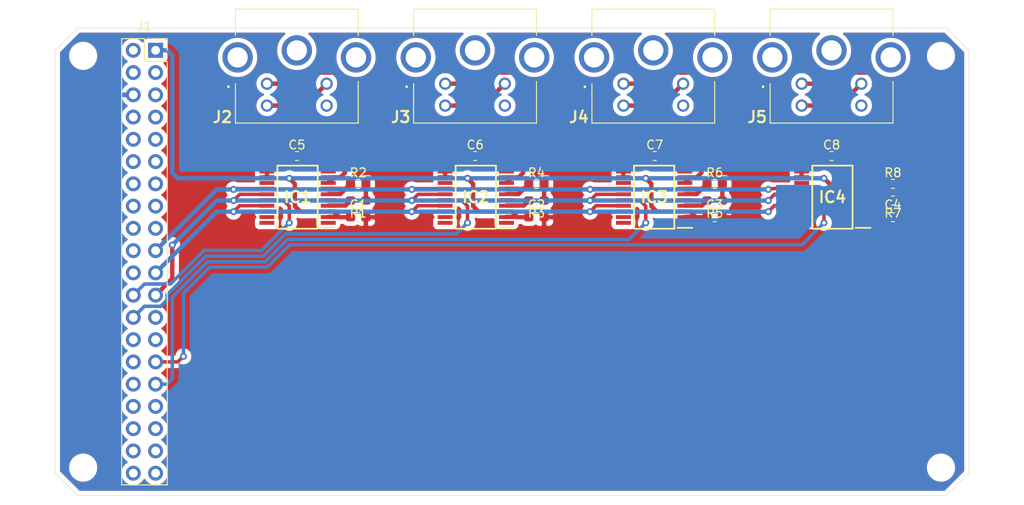
<source format=kicad_pcb>
(kicad_pcb (version 20171130) (host pcbnew "(5.1.5-0)")
  (layers (0 F.Cu signal) (31 B.Cu signal) (34 B.Paste user) (35 F.Paste user) (36 B.SilkS user) (37 F.SilkS user) (38 B.Mask user) (39 F.Mask user) (44 Edge.Cuts user))
  (net 0 "")
  (net 1 VDD_3.3V)
  (net 2 GND)
  (net 3 RTDIN-_W3_RTD1)
  (net 4 RTDIN+_W2_RTD1)
  (net 5 RTDIN+_W2_RTD2)
  (net 6 RTDIN-_W3_RTD2)
  (net 7 RTDIN-_W3_RTD3)
  (net 8 RTDIN+_W2_RTD3)
  (net 9 RTDIN+_W2_RTD4)
  (net 10 RTDIN-_W3_RTD4)
  (net 11 "Net-(IC1-Pad4)")
  (net 12 "Net-(IC1-Pad6)")
  (net 13 FORCE_W1_RTD1)
  (net 14 MOSI)
  (net 15 SCLK)
  (net 16 CE0)
  (net 17 MISO)
  (net 18 "Net-(IC1-Pad20)")
  (net 19 "Net-(IC2-Pad20)")
  (net 20 CE1)
  (net 21 FORCE_W1_RTD2)
  (net 22 "Net-(IC2-Pad6)")
  (net 23 "Net-(IC2-Pad4)")
  (net 24 "Net-(IC3-Pad4)")
  (net 25 "Net-(IC3-Pad6)")
  (net 26 FORCE_W1_RTD3)
  (net 27 CE2)
  (net 28 "Net-(IC3-Pad20)")
  (net 29 "Net-(IC4-Pad20)")
  (net 30 CE3)
  (net 31 FORCE_W1_RTD4)
  (net 32 "Net-(IC4-Pad6)")
  (net 33 "Net-(IC4-Pad4)")
  (net 34 "Net-(J1-Pad2)")
  (net 35 "Net-(J1-Pad3)")
  (net 36 "Net-(J1-Pad4)")
  (net 37 "Net-(J1-Pad5)")
  (net 38 "Net-(J1-Pad7)")
  (net 39 "Net-(J1-Pad8)")
  (net 40 "Net-(J1-Pad9)")
  (net 41 "Net-(J1-Pad10)")
  (net 42 "Net-(J1-Pad11)")
  (net 43 "Net-(J1-Pad12)")
  (net 44 "Net-(J1-Pad13)")
  (net 45 "Net-(J1-Pad14)")
  (net 46 "Net-(J1-Pad15)")
  (net 47 "Net-(J1-Pad16)")
  (net 48 "Net-(J1-Pad17)")
  (net 49 "Net-(J1-Pad18)")
  (net 50 "Net-(J1-Pad20)")
  (net 51 "Net-(J1-Pad22)")
  (net 52 "Net-(J1-Pad25)")
  (net 53 "Net-(J1-Pad27)")
  (net 54 "Net-(J1-Pad28)")
  (net 55 "Net-(J1-Pad30)")
  (net 56 "Net-(J1-Pad33)")
  (net 57 "Net-(J1-Pad34)")
  (net 58 "Net-(J1-Pad35)")
  (net 59 "Net-(J1-Pad36)")
  (net 60 "Net-(J1-Pad37)")
  (net 61 "Net-(J1-Pad38)")
  (net 62 "Net-(J1-Pad39)")
  (net 63 "Net-(J1-Pad40)")
  (net 64 "Net-(J2-Pad4)")
  (net 65 "Net-(J3-Pad4)")
  (net 66 "Net-(J4-Pad4)")
  (net 67 "Net-(J5-Pad4)")
  (net 68 "Net-(R1-Pad1)")
  (net 69 "Net-(R3-Pad1)")
  (net 70 "Net-(R5-Pad1)")
  (net 71 "Net-(R7-Pad1)")
  (net 72 "Net-(IC1-Pad1)")
  (net 73 "Net-(IC2-Pad1)")
  (net 74 "Net-(IC3-Pad1)")
  (net 75 "Net-(IC4-Pad1)")
  (net 76 "Net-(J1-Pad32)")
  (module MountingHole:MountingHole_2.2mm_M2 (layer F.Cu) (at 97.155 81.915)
    (fp_text reference REF** hide)
    (fp_text value MountingHole_2.2mm_M2)
    (pad 1 np_thru_hole circle (at 0 0) (size 2.2 2.2) (drill 2.2) (layers *.Cu *.Mask))
  )
  (module MountingHole:MountingHole_2.2mm_M2 (layer F.Cu) (at 97.155 128.905)
    (fp_text reference REF** hide)
    (fp_text value MountingHole_2.2mm_M2)
    (pad 1 np_thru_hole circle (at 0 0) (size 2.2 2.2) (drill 2.2) (layers *.Cu *.Mask))
  )
  (module MountingHole:MountingHole_2.2mm_M2 (layer F.Cu) (at 194.945 128.905)
    (fp_text reference REF** hide)
    (fp_text value MountingHole_2.2mm_M2)
    (pad 1 np_thru_hole circle (at 0 0) (size 2.2 2.2) (drill 2.2) (layers *.Cu *.Mask))
  )
  (module MountingHole:MountingHole_2.2mm_M2 (layer F.Cu) (at 194.945 81.915)
    (fp_text reference REF** hide)
    (fp_text value MountingHole_2.2mm_M2)
    (pad 1 np_thru_hole circle (at 0 0) (size 2.2 2.2) (drill 2.2) (layers *.Cu *.Mask))
  )
  (module Connector_PinSocket_2.54mm:PinSocket_2x20_P2.54mm_Vertical (layer F.Cu) (at 105.41 81.28)
    (fp_text reference J1 (at -1.27 -2.77) (layer F.SilkS))
    (fp_text value Raspberry_Pi_2_3_GPIO_PSU)
    (pad 1 thru_hole rect (at 0 0) (size 1.7 1.7) (drill 1) (layers *.Cu *.Mask) (net 1 VDD_3.3V))
    (pad 2 thru_hole oval (at -2.54 0) (size 1.7 1.7) (drill 1) (layers *.Cu *.Mask) (net 34 "Net-(J1-Pad2)"))
    (pad 3 thru_hole oval (at 0 2.54) (size 1.7 1.7) (drill 1) (layers *.Cu *.Mask) (net 35 "Net-(J1-Pad3)"))
    (pad 4 thru_hole oval (at -2.54 2.54) (size 1.7 1.7) (drill 1) (layers *.Cu *.Mask) (net 36 "Net-(J1-Pad4)"))
    (pad 5 thru_hole oval (at 0 5.08) (size 1.7 1.7) (drill 1) (layers *.Cu *.Mask) (net 37 "Net-(J1-Pad5)"))
    (pad 6 thru_hole oval (at -2.54 5.08) (size 1.7 1.7) (drill 1) (layers *.Cu *.Mask) (net 2 GND))
    (pad 7 thru_hole oval (at 0 7.62) (size 1.7 1.7) (drill 1) (layers *.Cu *.Mask) (net 38 "Net-(J1-Pad7)"))
    (pad 8 thru_hole oval (at -2.54 7.62) (size 1.7 1.7) (drill 1) (layers *.Cu *.Mask) (net 39 "Net-(J1-Pad8)"))
    (pad 9 thru_hole oval (at 0 10.16) (size 1.7 1.7) (drill 1) (layers *.Cu *.Mask) (net 40 "Net-(J1-Pad9)"))
    (pad 10 thru_hole oval (at -2.54 10.16) (size 1.7 1.7) (drill 1) (layers *.Cu *.Mask) (net 41 "Net-(J1-Pad10)"))
    (pad 11 thru_hole oval (at 0 12.7) (size 1.7 1.7) (drill 1) (layers *.Cu *.Mask) (net 42 "Net-(J1-Pad11)"))
    (pad 12 thru_hole oval (at -2.54 12.7) (size 1.7 1.7) (drill 1) (layers *.Cu *.Mask) (net 43 "Net-(J1-Pad12)"))
    (pad 13 thru_hole oval (at 0 15.24) (size 1.7 1.7) (drill 1) (layers *.Cu *.Mask) (net 44 "Net-(J1-Pad13)"))
    (pad 14 thru_hole oval (at -2.54 15.24) (size 1.7 1.7) (drill 1) (layers *.Cu *.Mask) (net 45 "Net-(J1-Pad14)"))
    (pad 15 thru_hole oval (at 0 17.78) (size 1.7 1.7) (drill 1) (layers *.Cu *.Mask) (net 46 "Net-(J1-Pad15)"))
    (pad 16 thru_hole oval (at -2.54 17.78) (size 1.7 1.7) (drill 1) (layers *.Cu *.Mask) (net 47 "Net-(J1-Pad16)"))
    (pad 17 thru_hole oval (at 0 20.32) (size 1.7 1.7) (drill 1) (layers *.Cu *.Mask) (net 48 "Net-(J1-Pad17)"))
    (pad 18 thru_hole oval (at -2.54 20.32) (size 1.7 1.7) (drill 1) (layers *.Cu *.Mask) (net 49 "Net-(J1-Pad18)"))
    (pad 19 thru_hole oval (at 0 22.86) (size 1.7 1.7) (drill 1) (layers *.Cu *.Mask) (net 14 MOSI))
    (pad 20 thru_hole oval (at -2.54 22.86) (size 1.7 1.7) (drill 1) (layers *.Cu *.Mask) (net 50 "Net-(J1-Pad20)"))
    (pad 21 thru_hole oval (at 0 25.4) (size 1.7 1.7) (drill 1) (layers *.Cu *.Mask) (net 17 MISO))
    (pad 22 thru_hole oval (at -2.54 25.4) (size 1.7 1.7) (drill 1) (layers *.Cu *.Mask) (net 51 "Net-(J1-Pad22)"))
    (pad 23 thru_hole oval (at 0 27.94) (size 1.7 1.7) (drill 1) (layers *.Cu *.Mask) (net 15 SCLK))
    (pad 24 thru_hole oval (at -2.54 27.94) (size 1.7 1.7) (drill 1) (layers *.Cu *.Mask) (net 16 CE0))
    (pad 25 thru_hole oval (at 0 30.48) (size 1.7 1.7) (drill 1) (layers *.Cu *.Mask) (net 52 "Net-(J1-Pad25)"))
    (pad 26 thru_hole oval (at -2.54 30.48) (size 1.7 1.7) (drill 1) (layers *.Cu *.Mask) (net 20 CE1))
    (pad 27 thru_hole oval (at 0 33.02) (size 1.7 1.7) (drill 1) (layers *.Cu *.Mask) (net 53 "Net-(J1-Pad27)"))
    (pad 28 thru_hole oval (at -2.54 33.02) (size 1.7 1.7) (drill 1) (layers *.Cu *.Mask) (net 54 "Net-(J1-Pad28)"))
    (pad 29 thru_hole oval (at 0 35.56) (size 1.7 1.7) (drill 1) (layers *.Cu *.Mask) (net 30 CE3))
    (pad 30 thru_hole oval (at -2.54 35.56) (size 1.7 1.7) (drill 1) (layers *.Cu *.Mask) (net 55 "Net-(J1-Pad30)"))
    (pad 31 thru_hole oval (at 0 38.1) (size 1.7 1.7) (drill 1) (layers *.Cu *.Mask) (net 27 CE2))
    (pad 32 thru_hole oval (at -2.54 38.1) (size 1.7 1.7) (drill 1) (layers *.Cu *.Mask) (net 76 "Net-(J1-Pad32)"))
    (pad 33 thru_hole oval (at 0 40.64) (size 1.7 1.7) (drill 1) (layers *.Cu *.Mask) (net 56 "Net-(J1-Pad33)"))
    (pad 34 thru_hole oval (at -2.54 40.64) (size 1.7 1.7) (drill 1) (layers *.Cu *.Mask) (net 57 "Net-(J1-Pad34)"))
    (pad 35 thru_hole oval (at 0 43.18) (size 1.7 1.7) (drill 1) (layers *.Cu *.Mask) (net 58 "Net-(J1-Pad35)"))
    (pad 36 thru_hole oval (at -2.54 43.18) (size 1.7 1.7) (drill 1) (layers *.Cu *.Mask) (net 59 "Net-(J1-Pad36)"))
    (pad 37 thru_hole oval (at 0 45.72) (size 1.7 1.7) (drill 1) (layers *.Cu *.Mask) (net 60 "Net-(J1-Pad37)"))
    (pad 38 thru_hole oval (at -2.54 45.72) (size 1.7 1.7) (drill 1) (layers *.Cu *.Mask) (net 61 "Net-(J1-Pad38)"))
    (pad 39 thru_hole oval (at 0 48.26) (size 1.7 1.7) (drill 1) (layers *.Cu *.Mask) (net 62 "Net-(J1-Pad39)"))
    (pad 40 thru_hole oval (at -2.54 48.26) (size 1.7 1.7) (drill 1) (layers *.Cu *.Mask) (net 63 "Net-(J1-Pad40)"))
  )
  (module Capacitor_SMD:C_0603_1608Metric_Pad1.05x0.95mm_HandSolder (layer F.Cu) (at 128.51 100.33)
    (fp_text reference C1 (at 0 -1.43) (layer F.SilkS))
    (fp_text value 100nF)
    (pad 1 smd roundrect (at -0.875 0) (size 1.05 0.95) (layers F.Cu F.Paste F.Mask) (net 1 VDD_3.3V))
    (pad 2 smd roundrect (at 0.875 0) (size 1.05 0.95) (layers F.Cu F.Paste F.Mask) (net 2 GND))
  )
  (module Capacitor_SMD:C_0603_1608Metric_Pad1.05x0.95mm_HandSolder (layer F.Cu) (at 148.83 100.33)
    (fp_text reference C2 (at 0 -1.43) (layer F.SilkS))
    (fp_text value 0.1uF)
    (pad 2 smd roundrect (at 0.875 0) (size 1.05 0.95) (layers F.Cu F.Paste F.Mask) (net 2 GND))
    (pad 1 smd roundrect (at -0.875 0) (size 1.05 0.95) (layers F.Cu F.Paste F.Mask) (net 1 VDD_3.3V))
  )
  (module Capacitor_SMD:C_0603_1608Metric_Pad1.05x0.95mm_HandSolder (layer F.Cu) (at 169.15 100.33)
    (fp_text reference C3 (at 0 -1.43) (layer F.SilkS))
    (fp_text value 0.1uF)
    (pad 2 smd roundrect (at 0.875 0) (size 1.05 0.95) (layers F.Cu F.Paste F.Mask) (net 2 GND))
    (pad 1 smd roundrect (at -0.875 0) (size 1.05 0.95) (layers F.Cu F.Paste F.Mask) (net 1 VDD_3.3V))
  )
  (module Capacitor_SMD:C_0603_1608Metric_Pad1.05x0.95mm_HandSolder (layer F.Cu) (at 189.47 100.33)
    (fp_text reference C4 (at 0 -1.43) (layer F.SilkS))
    (fp_text value 0.1uF)
    (pad 2 smd roundrect (at 0.875 0) (size 1.05 0.95) (layers F.Cu F.Paste F.Mask) (net 2 GND))
    (pad 1 smd roundrect (at -0.875 0) (size 1.05 0.95) (layers F.Cu F.Paste F.Mask) (net 1 VDD_3.3V))
  )
  (module Capacitor_SMD:C_0603_1608Metric_Pad1.05x0.95mm_HandSolder (layer F.Cu) (at 121.525 93.345 180)
    (fp_text reference C5 (at 0 1.27) (layer F.SilkS))
    (fp_text value 100nF)
    (pad 2 smd roundrect (at 0.875 0 180) (size 1.05 0.95) (layers F.Cu F.Paste F.Mask) (net 3 RTDIN-_W3_RTD1))
    (pad 1 smd roundrect (at -0.875 0 180) (size 1.05 0.95) (layers F.Cu F.Paste F.Mask) (net 4 RTDIN+_W2_RTD1))
  )
  (module Capacitor_SMD:C_0603_1608Metric_Pad1.05x0.95mm_HandSolder (layer F.Cu) (at 141.845 93.345 180)
    (fp_text reference C6 (at 0 1.27) (layer F.SilkS))
    (fp_text value 100nF)
    (pad 2 smd roundrect (at 0.875 0 180) (size 1.05 0.95) (layers F.Cu F.Paste F.Mask) (net 6 RTDIN-_W3_RTD2))
    (pad 1 smd roundrect (at -0.875 0 180) (size 1.05 0.95) (layers F.Cu F.Paste F.Mask) (net 5 RTDIN+_W2_RTD2))
  )
  (module Capacitor_SMD:C_0603_1608Metric_Pad1.05x0.95mm_HandSolder (layer F.Cu) (at 162.32 93.345 180)
    (fp_text reference C7 (at 0 1.27) (layer F.SilkS))
    (fp_text value 100nF)
    (pad 2 smd roundrect (at 0.875 0 180) (size 1.05 0.95) (layers F.Cu F.Paste F.Mask) (net 7 RTDIN-_W3_RTD3))
    (pad 1 smd roundrect (at -0.875 0 180) (size 1.05 0.95) (layers F.Cu F.Paste F.Mask) (net 8 RTDIN+_W2_RTD3))
  )
  (module Capacitor_SMD:C_0603_1608Metric_Pad1.05x0.95mm_HandSolder (layer F.Cu) (at 182.485 93.345 180)
    (fp_text reference C8 (at 0 1.27) (layer F.SilkS))
    (fp_text value 100nF)
    (pad 1 smd roundrect (at -0.875 0 180) (size 1.05 0.95) (layers F.Cu F.Paste F.Mask) (net 9 RTDIN+_W2_RTD4))
    (pad 2 smd roundrect (at 0.875 0 180) (size 1.05 0.95) (layers F.Cu F.Paste F.Mask) (net 10 RTDIN-_W3_RTD4))
  )
  (module SamacSys_Parts:SOP65P778X199-20N (layer F.Cu) (at 121.597 98.04 180)
    (fp_text reference IC1 (at 0 0) (layer F.SilkS) (effects (font (size 1.27 1.27) (thickness 0.254))))
    (fp_text value MAX31865AAP+ hide)
    (pad 1 smd rect (at -3.498 -2.925 270) (size 0.45 1.705) (layers F.Cu F.Paste F.Mask) (net 72 "Net-(IC1-Pad1)"))
    (pad 2 smd rect (at -3.498 -2.275 270) (size 0.45 1.705) (layers F.Cu F.Paste F.Mask) (net 1 VDD_3.3V))
    (pad 3 smd rect (at -3.498 -1.625 270) (size 0.45 1.705) (layers F.Cu F.Paste F.Mask) (net 1 VDD_3.3V))
    (pad 4 smd rect (at -3.498 -0.975 270) (size 0.45 1.705) (layers F.Cu F.Paste F.Mask) (net 11 "Net-(IC1-Pad4)"))
    (pad 5 smd rect (at -3.498 -0.325 270) (size 0.45 1.705) (layers F.Cu F.Paste F.Mask) (net 11 "Net-(IC1-Pad4)"))
    (pad 6 smd rect (at -3.498 0.325 270) (size 0.45 1.705) (layers F.Cu F.Paste F.Mask) (net 12 "Net-(IC1-Pad6)"))
    (pad 7 smd rect (at -3.498 0.975 270) (size 0.45 1.705) (layers F.Cu F.Paste F.Mask) (net 12 "Net-(IC1-Pad6)"))
    (pad 8 smd rect (at -3.498 1.625 270) (size 0.45 1.705) (layers F.Cu F.Paste F.Mask) (net 13 FORCE_W1_RTD1))
    (pad 9 smd rect (at -3.498 2.275 270) (size 0.45 1.705) (layers F.Cu F.Paste F.Mask) (net 13 FORCE_W1_RTD1))
    (pad 10 smd rect (at -3.498 2.925 270) (size 0.45 1.705) (layers F.Cu F.Paste F.Mask) (net 4 RTDIN+_W2_RTD1))
    (pad 11 smd rect (at 3.498 2.925 270) (size 0.45 1.705) (layers F.Cu F.Paste F.Mask) (net 3 RTDIN-_W3_RTD1))
    (pad 12 smd rect (at 3.498 2.275 270) (size 0.45 1.705) (layers F.Cu F.Paste F.Mask) (net 3 RTDIN-_W3_RTD1))
    (pad 13 smd rect (at 3.498 1.625 270) (size 0.45 1.705) (layers F.Cu F.Paste F.Mask) (net 2 GND))
    (pad 14 smd rect (at 3.498 0.975 270) (size 0.45 1.705) (layers F.Cu F.Paste F.Mask) (net 14 MOSI))
    (pad 15 smd rect (at 3.498 0.325 270) (size 0.45 1.705) (layers F.Cu F.Paste F.Mask) (net 15 SCLK))
    (pad 16 smd rect (at 3.498 -0.325 270) (size 0.45 1.705) (layers F.Cu F.Paste F.Mask) (net 16 CE0))
    (pad 17 smd rect (at 3.498 -0.975 270) (size 0.45 1.705) (layers F.Cu F.Paste F.Mask) (net 17 MISO))
    (pad 18 smd rect (at 3.498 -1.625 270) (size 0.45 1.705) (layers F.Cu F.Paste F.Mask) (net 2 GND))
    (pad 19 smd rect (at 3.498 -2.275 270) (size 0.45 1.705) (layers F.Cu F.Paste F.Mask) (net 2 GND))
    (pad 20 smd rect (at 3.498 -2.925 270) (size 0.45 1.705) (layers F.Cu F.Paste F.Mask) (net 18 "Net-(IC1-Pad20)"))
  )
  (module SamacSys_Parts:SOP65P778X199-20N (layer F.Cu) (at 141.917 98.04 180)
    (fp_text reference IC2 (at 0 0) (layer F.SilkS) (effects (font (size 1.27 1.27) (thickness 0.254))))
    (fp_text value MAX31865AAP+ hide)
    (pad 20 smd rect (at 3.498 -2.925 270) (size 0.45 1.705) (layers F.Cu F.Paste F.Mask) (net 19 "Net-(IC2-Pad20)"))
    (pad 19 smd rect (at 3.498 -2.275 270) (size 0.45 1.705) (layers F.Cu F.Paste F.Mask) (net 2 GND))
    (pad 18 smd rect (at 3.498 -1.625 270) (size 0.45 1.705) (layers F.Cu F.Paste F.Mask) (net 2 GND))
    (pad 17 smd rect (at 3.498 -0.975 270) (size 0.45 1.705) (layers F.Cu F.Paste F.Mask) (net 17 MISO))
    (pad 16 smd rect (at 3.498 -0.325 270) (size 0.45 1.705) (layers F.Cu F.Paste F.Mask) (net 20 CE1))
    (pad 15 smd rect (at 3.498 0.325 270) (size 0.45 1.705) (layers F.Cu F.Paste F.Mask) (net 15 SCLK))
    (pad 14 smd rect (at 3.498 0.975 270) (size 0.45 1.705) (layers F.Cu F.Paste F.Mask) (net 14 MOSI))
    (pad 13 smd rect (at 3.498 1.625 270) (size 0.45 1.705) (layers F.Cu F.Paste F.Mask) (net 2 GND))
    (pad 12 smd rect (at 3.498 2.275 270) (size 0.45 1.705) (layers F.Cu F.Paste F.Mask) (net 6 RTDIN-_W3_RTD2))
    (pad 11 smd rect (at 3.498 2.925 270) (size 0.45 1.705) (layers F.Cu F.Paste F.Mask) (net 6 RTDIN-_W3_RTD2))
    (pad 10 smd rect (at -3.498 2.925 270) (size 0.45 1.705) (layers F.Cu F.Paste F.Mask) (net 5 RTDIN+_W2_RTD2))
    (pad 9 smd rect (at -3.498 2.275 270) (size 0.45 1.705) (layers F.Cu F.Paste F.Mask) (net 21 FORCE_W1_RTD2))
    (pad 8 smd rect (at -3.498 1.625 270) (size 0.45 1.705) (layers F.Cu F.Paste F.Mask) (net 21 FORCE_W1_RTD2))
    (pad 7 smd rect (at -3.498 0.975 270) (size 0.45 1.705) (layers F.Cu F.Paste F.Mask) (net 22 "Net-(IC2-Pad6)"))
    (pad 6 smd rect (at -3.498 0.325 270) (size 0.45 1.705) (layers F.Cu F.Paste F.Mask) (net 22 "Net-(IC2-Pad6)"))
    (pad 5 smd rect (at -3.498 -0.325 270) (size 0.45 1.705) (layers F.Cu F.Paste F.Mask) (net 23 "Net-(IC2-Pad4)"))
    (pad 4 smd rect (at -3.498 -0.975 270) (size 0.45 1.705) (layers F.Cu F.Paste F.Mask) (net 23 "Net-(IC2-Pad4)"))
    (pad 3 smd rect (at -3.498 -1.625 270) (size 0.45 1.705) (layers F.Cu F.Paste F.Mask) (net 1 VDD_3.3V))
    (pad 2 smd rect (at -3.498 -2.275 270) (size 0.45 1.705) (layers F.Cu F.Paste F.Mask) (net 1 VDD_3.3V))
    (pad 1 smd rect (at -3.498 -2.925 270) (size 0.45 1.705) (layers F.Cu F.Paste F.Mask) (net 73 "Net-(IC2-Pad1)"))
  )
  (module SamacSys_Parts:SOP65P778X199-20N (layer F.Cu) (at 162.248 98.04 180)
    (fp_text reference IC3 (at 0 0) (layer F.SilkS) (effects (font (size 1.27 1.27) (thickness 0.254))))
    (fp_text value MAX31865AAP+ hide)
    (pad 1 smd rect (at -3.498 -2.925 270) (size 0.45 1.705) (layers F.Cu F.Paste F.Mask) (net 74 "Net-(IC3-Pad1)"))
    (pad 2 smd rect (at -3.498 -2.275 270) (size 0.45 1.705) (layers F.Cu F.Paste F.Mask) (net 1 VDD_3.3V))
    (pad 3 smd rect (at -3.498 -1.625 270) (size 0.45 1.705) (layers F.Cu F.Paste F.Mask) (net 1 VDD_3.3V))
    (pad 4 smd rect (at -3.498 -0.975 270) (size 0.45 1.705) (layers F.Cu F.Paste F.Mask) (net 24 "Net-(IC3-Pad4)"))
    (pad 5 smd rect (at -3.498 -0.325 270) (size 0.45 1.705) (layers F.Cu F.Paste F.Mask) (net 24 "Net-(IC3-Pad4)"))
    (pad 6 smd rect (at -3.498 0.325 270) (size 0.45 1.705) (layers F.Cu F.Paste F.Mask) (net 25 "Net-(IC3-Pad6)"))
    (pad 7 smd rect (at -3.498 0.975 270) (size 0.45 1.705) (layers F.Cu F.Paste F.Mask) (net 25 "Net-(IC3-Pad6)"))
    (pad 8 smd rect (at -3.498 1.625 270) (size 0.45 1.705) (layers F.Cu F.Paste F.Mask) (net 26 FORCE_W1_RTD3))
    (pad 9 smd rect (at -3.498 2.275 270) (size 0.45 1.705) (layers F.Cu F.Paste F.Mask) (net 26 FORCE_W1_RTD3))
    (pad 10 smd rect (at -3.498 2.925 270) (size 0.45 1.705) (layers F.Cu F.Paste F.Mask) (net 8 RTDIN+_W2_RTD3))
    (pad 11 smd rect (at 3.498 2.925 270) (size 0.45 1.705) (layers F.Cu F.Paste F.Mask) (net 7 RTDIN-_W3_RTD3))
    (pad 12 smd rect (at 3.498 2.275 270) (size 0.45 1.705) (layers F.Cu F.Paste F.Mask) (net 7 RTDIN-_W3_RTD3))
    (pad 13 smd rect (at 3.498 1.625 270) (size 0.45 1.705) (layers F.Cu F.Paste F.Mask) (net 2 GND))
    (pad 14 smd rect (at 3.498 0.975 270) (size 0.45 1.705) (layers F.Cu F.Paste F.Mask) (net 14 MOSI))
    (pad 15 smd rect (at 3.498 0.325 270) (size 0.45 1.705) (layers F.Cu F.Paste F.Mask) (net 15 SCLK))
    (pad 16 smd rect (at 3.498 -0.325 270) (size 0.45 1.705) (layers F.Cu F.Paste F.Mask) (net 27 CE2))
    (pad 17 smd rect (at 3.498 -0.975 270) (size 0.45 1.705) (layers F.Cu F.Paste F.Mask) (net 17 MISO))
    (pad 18 smd rect (at 3.498 -1.625 270) (size 0.45 1.705) (layers F.Cu F.Paste F.Mask) (net 2 GND))
    (pad 19 smd rect (at 3.498 -2.275 270) (size 0.45 1.705) (layers F.Cu F.Paste F.Mask) (net 2 GND))
    (pad 20 smd rect (at 3.498 -2.925 270) (size 0.45 1.705) (layers F.Cu F.Paste F.Mask) (net 28 "Net-(IC3-Pad20)"))
  )
  (module SamacSys_Parts:SOP65P778X199-20N (layer F.Cu) (at 182.568 98.04 180)
    (fp_text reference IC4 (at 0 0) (layer F.SilkS) (effects (font (size 1.27 1.27) (thickness 0.254))))
    (fp_text value MAX31865AAP+ hide)
    (pad 20 smd rect (at 3.498 -2.925 270) (size 0.45 1.705) (layers F.Cu F.Paste F.Mask) (net 29 "Net-(IC4-Pad20)"))
    (pad 19 smd rect (at 3.498 -2.275 270) (size 0.45 1.705) (layers F.Cu F.Paste F.Mask) (net 2 GND))
    (pad 18 smd rect (at 3.498 -1.625 270) (size 0.45 1.705) (layers F.Cu F.Paste F.Mask) (net 2 GND))
    (pad 17 smd rect (at 3.498 -0.975 270) (size 0.45 1.705) (layers F.Cu F.Paste F.Mask) (net 17 MISO))
    (pad 16 smd rect (at 3.498 -0.325 270) (size 0.45 1.705) (layers F.Cu F.Paste F.Mask) (net 30 CE3))
    (pad 15 smd rect (at 3.498 0.325 270) (size 0.45 1.705) (layers F.Cu F.Paste F.Mask) (net 15 SCLK))
    (pad 14 smd rect (at 3.498 0.975 270) (size 0.45 1.705) (layers F.Cu F.Paste F.Mask) (net 14 MOSI))
    (pad 13 smd rect (at 3.498 1.625 270) (size 0.45 1.705) (layers F.Cu F.Paste F.Mask) (net 2 GND))
    (pad 12 smd rect (at 3.498 2.275 270) (size 0.45 1.705) (layers F.Cu F.Paste F.Mask) (net 10 RTDIN-_W3_RTD4))
    (pad 11 smd rect (at 3.498 2.925 270) (size 0.45 1.705) (layers F.Cu F.Paste F.Mask) (net 10 RTDIN-_W3_RTD4))
    (pad 10 smd rect (at -3.498 2.925 270) (size 0.45 1.705) (layers F.Cu F.Paste F.Mask) (net 9 RTDIN+_W2_RTD4))
    (pad 9 smd rect (at -3.498 2.275 270) (size 0.45 1.705) (layers F.Cu F.Paste F.Mask) (net 31 FORCE_W1_RTD4))
    (pad 8 smd rect (at -3.498 1.625 270) (size 0.45 1.705) (layers F.Cu F.Paste F.Mask) (net 31 FORCE_W1_RTD4))
    (pad 7 smd rect (at -3.498 0.975 270) (size 0.45 1.705) (layers F.Cu F.Paste F.Mask) (net 32 "Net-(IC4-Pad6)"))
    (pad 6 smd rect (at -3.498 0.325 270) (size 0.45 1.705) (layers F.Cu F.Paste F.Mask) (net 32 "Net-(IC4-Pad6)"))
    (pad 5 smd rect (at -3.498 -0.325 270) (size 0.45 1.705) (layers F.Cu F.Paste F.Mask) (net 33 "Net-(IC4-Pad4)"))
    (pad 4 smd rect (at -3.498 -0.975 270) (size 0.45 1.705) (layers F.Cu F.Paste F.Mask) (net 33 "Net-(IC4-Pad4)"))
    (pad 3 smd rect (at -3.498 -1.625 270) (size 0.45 1.705) (layers F.Cu F.Paste F.Mask) (net 1 VDD_3.3V))
    (pad 2 smd rect (at -3.498 -2.275 270) (size 0.45 1.705) (layers F.Cu F.Paste F.Mask) (net 1 VDD_3.3V))
    (pad 1 smd rect (at -3.498 -2.925 270) (size 0.45 1.705) (layers F.Cu F.Paste F.Mask) (net 75 "Net-(IC4-Pad1)"))
  )
  (module SamacSys_Parts:MD40SM (layer F.Cu) (at 118.11 85.09)
    (fp_text reference J2 (at -5.08 3.81) (layer F.SilkS) (effects (font (size 1.27 1.27) (thickness 0.254))))
    (fp_text value Mini-DIN-4 hide)
    (pad MH3 thru_hole circle (at 10.15 -3) (size 3.465 3.465) (drill 2.31) (layers *.Cu *.Mask))
    (pad MH2 thru_hole circle (at 3.4 -3.8) (size 3.465 3.465) (drill 2.31) (layers *.Cu *.Mask))
    (pad MH1 thru_hole circle (at -3.35 -3) (size 3.465 3.465) (drill 2.31) (layers *.Cu *.Mask))
    (pad 4 thru_hole circle (at 6.8 2.5) (size 1.4 1.4) (drill 0.9) (layers *.Cu *.Mask) (net 64 "Net-(J2-Pad4)"))
    (pad 3 thru_hole circle (at 0 2.5) (size 1.4 1.4) (drill 0.9) (layers *.Cu *.Mask) (net 3 RTDIN-_W3_RTD1))
    (pad 2 thru_hole circle (at 6.8 0) (size 1.4 1.4) (drill 0.9) (layers *.Cu *.Mask) (net 4 RTDIN+_W2_RTD1))
    (pad 1 thru_hole circle (at 0 0) (size 1.4 1.4) (drill 0.9) (layers *.Cu *.Mask) (net 13 FORCE_W1_RTD1))
  )
  (module SamacSys_Parts:MD40SM (layer F.Cu) (at 138.43 85.09)
    (fp_text reference J3 (at -5.08 3.81) (layer F.SilkS) (effects (font (size 1.27 1.27) (thickness 0.254))))
    (fp_text value Mini-DIN-4 hide)
    (pad 1 thru_hole circle (at 0 0) (size 1.4 1.4) (drill 0.9) (layers *.Cu *.Mask) (net 21 FORCE_W1_RTD2))
    (pad 2 thru_hole circle (at 6.8 0) (size 1.4 1.4) (drill 0.9) (layers *.Cu *.Mask) (net 5 RTDIN+_W2_RTD2))
    (pad 3 thru_hole circle (at 0 2.5) (size 1.4 1.4) (drill 0.9) (layers *.Cu *.Mask) (net 6 RTDIN-_W3_RTD2))
    (pad 4 thru_hole circle (at 6.8 2.5) (size 1.4 1.4) (drill 0.9) (layers *.Cu *.Mask) (net 65 "Net-(J3-Pad4)"))
    (pad MH1 thru_hole circle (at -3.35 -3) (size 3.465 3.465) (drill 2.31) (layers *.Cu *.Mask))
    (pad MH2 thru_hole circle (at 3.4 -3.8) (size 3.465 3.465) (drill 2.31) (layers *.Cu *.Mask))
    (pad MH3 thru_hole circle (at 10.15 -3) (size 3.465 3.465) (drill 2.31) (layers *.Cu *.Mask))
  )
  (module SamacSys_Parts:MD40SM (layer F.Cu) (at 158.75 85.09)
    (fp_text reference J4 (at -5.08 3.81) (layer F.SilkS) (effects (font (size 1.27 1.27) (thickness 0.254))))
    (fp_text value Mini-DIN-4 hide)
    (pad MH3 thru_hole circle (at 10.15 -3) (size 3.465 3.465) (drill 2.31) (layers *.Cu *.Mask))
    (pad MH2 thru_hole circle (at 3.4 -3.8) (size 3.465 3.465) (drill 2.31) (layers *.Cu *.Mask))
    (pad MH1 thru_hole circle (at -3.35 -3) (size 3.465 3.465) (drill 2.31) (layers *.Cu *.Mask))
    (pad 4 thru_hole circle (at 6.8 2.5) (size 1.4 1.4) (drill 0.9) (layers *.Cu *.Mask) (net 66 "Net-(J4-Pad4)"))
    (pad 3 thru_hole circle (at 0 2.5) (size 1.4 1.4) (drill 0.9) (layers *.Cu *.Mask) (net 7 RTDIN-_W3_RTD3))
    (pad 2 thru_hole circle (at 6.8 0) (size 1.4 1.4) (drill 0.9) (layers *.Cu *.Mask) (net 8 RTDIN+_W2_RTD3))
    (pad 1 thru_hole circle (at 0 0) (size 1.4 1.4) (drill 0.9) (layers *.Cu *.Mask) (net 26 FORCE_W1_RTD3))
  )
  (module SamacSys_Parts:MD40SM (layer F.Cu) (at 179.07 85.09)
    (fp_text reference J5 (at -5.08 3.81) (layer F.SilkS) (effects (font (size 1.27 1.27) (thickness 0.254))))
    (fp_text value Mini-DIN-4 hide)
    (pad 1 thru_hole circle (at 0 0) (size 1.4 1.4) (drill 0.9) (layers *.Cu *.Mask) (net 31 FORCE_W1_RTD4))
    (pad 2 thru_hole circle (at 6.8 0) (size 1.4 1.4) (drill 0.9) (layers *.Cu *.Mask) (net 9 RTDIN+_W2_RTD4))
    (pad 3 thru_hole circle (at 0 2.5) (size 1.4 1.4) (drill 0.9) (layers *.Cu *.Mask) (net 10 RTDIN-_W3_RTD4))
    (pad 4 thru_hole circle (at 6.8 2.5) (size 1.4 1.4) (drill 0.9) (layers *.Cu *.Mask) (net 67 "Net-(J5-Pad4)"))
    (pad MH1 thru_hole circle (at -3.35 -3) (size 3.465 3.465) (drill 2.31) (layers *.Cu *.Mask))
    (pad MH2 thru_hole circle (at 3.4 -3.8) (size 3.465 3.465) (drill 2.31) (layers *.Cu *.Mask))
    (pad MH3 thru_hole circle (at 10.15 -3) (size 3.465 3.465) (drill 2.31) (layers *.Cu *.Mask))
  )
  (module Resistor_SMD:R_0603_1608Metric_Pad1.05x0.95mm_HandSolder (layer F.Cu) (at 128.51 98.425 180)
    (fp_text reference R1 (at 0 -1.43) (layer F.SilkS))
    (fp_text value 100R)
    (pad 1 smd roundrect (at -0.875 0 180) (size 1.05 0.95) (layers F.Cu F.Paste F.Mask) (net 68 "Net-(R1-Pad1)"))
    (pad 2 smd roundrect (at 0.875 0 180) (size 1.05 0.95) (layers F.Cu F.Paste F.Mask) (net 11 "Net-(IC1-Pad4)"))
  )
  (module Resistor_SMD:R_0603_1608Metric_Pad1.05x0.95mm_HandSolder (layer F.Cu) (at 128.51 96.52 180)
    (fp_text reference R2 (at 0 1.27) (layer F.SilkS))
    (fp_text value 330R)
    (pad 2 smd roundrect (at 0.875 0 180) (size 1.05 0.95) (layers F.Cu F.Paste F.Mask) (net 12 "Net-(IC1-Pad6)"))
    (pad 1 smd roundrect (at -0.875 0 180) (size 1.05 0.95) (layers F.Cu F.Paste F.Mask) (net 68 "Net-(R1-Pad1)"))
  )
  (module Resistor_SMD:R_0603_1608Metric_Pad1.05x0.95mm_HandSolder (layer F.Cu) (at 148.83 98.425 180)
    (fp_text reference R3 (at 0 -1.43) (layer F.SilkS))
    (fp_text value 100R)
    (pad 1 smd roundrect (at -0.875 0 180) (size 1.05 0.95) (layers F.Cu F.Paste F.Mask) (net 69 "Net-(R3-Pad1)"))
    (pad 2 smd roundrect (at 0.875 0 180) (size 1.05 0.95) (layers F.Cu F.Paste F.Mask) (net 23 "Net-(IC2-Pad4)"))
  )
  (module Resistor_SMD:R_0603_1608Metric_Pad1.05x0.95mm_HandSolder (layer F.Cu) (at 148.83 96.52 180)
    (fp_text reference R4 (at 0 1.27) (layer F.SilkS))
    (fp_text value 330R)
    (pad 2 smd roundrect (at 0.875 0 180) (size 1.05 0.95) (layers F.Cu F.Paste F.Mask) (net 22 "Net-(IC2-Pad6)"))
    (pad 1 smd roundrect (at -0.875 0 180) (size 1.05 0.95) (layers F.Cu F.Paste F.Mask) (net 69 "Net-(R3-Pad1)"))
  )
  (module Resistor_SMD:R_0603_1608Metric_Pad1.05x0.95mm_HandSolder (layer F.Cu) (at 169.15 98.425 180)
    (fp_text reference R5 (at 0 -1.43) (layer F.SilkS))
    (fp_text value 100R)
    (pad 1 smd roundrect (at -0.875 0 180) (size 1.05 0.95) (layers F.Cu F.Paste F.Mask) (net 70 "Net-(R5-Pad1)"))
    (pad 2 smd roundrect (at 0.875 0 180) (size 1.05 0.95) (layers F.Cu F.Paste F.Mask) (net 24 "Net-(IC3-Pad4)"))
  )
  (module Resistor_SMD:R_0603_1608Metric_Pad1.05x0.95mm_HandSolder (layer F.Cu) (at 169.15 96.52 180)
    (fp_text reference R6 (at 0 1.27) (layer F.SilkS))
    (fp_text value 330R)
    (pad 1 smd roundrect (at -0.875 0 180) (size 1.05 0.95) (layers F.Cu F.Paste F.Mask) (net 70 "Net-(R5-Pad1)"))
    (pad 2 smd roundrect (at 0.875 0 180) (size 1.05 0.95) (layers F.Cu F.Paste F.Mask) (net 25 "Net-(IC3-Pad6)"))
  )
  (module Resistor_SMD:R_0603_1608Metric_Pad1.05x0.95mm_HandSolder (layer F.Cu) (at 189.47 98.425 180)
    (fp_text reference R7 (at 0 -1.43) (layer F.SilkS))
    (fp_text value 100R)
    (pad 1 smd roundrect (at -0.875 0 180) (size 1.05 0.95) (layers F.Cu F.Paste F.Mask) (net 71 "Net-(R7-Pad1)"))
    (pad 2 smd roundrect (at 0.875 0 180) (size 1.05 0.95) (layers F.Cu F.Paste F.Mask) (net 33 "Net-(IC4-Pad4)"))
  )
  (module Resistor_SMD:R_0603_1608Metric_Pad1.05x0.95mm_HandSolder (layer F.Cu) (at 189.47 96.52 180)
    (fp_text reference R8 (at 0 1.27) (layer F.SilkS))
    (fp_text value 330R)
    (pad 2 smd roundrect (at 0.875 0 180) (size 1.05 0.95) (layers F.Cu F.Paste F.Mask) (net 32 "Net-(IC4-Pad6)"))
    (pad 1 smd roundrect (at -0.875 0 180) (size 1.05 0.95) (layers F.Cu F.Paste F.Mask) (net 71 "Net-(R7-Pad1)"))
  )
  (gr_line (start 96.52 132.08) (end 101.6 132.08) (layer Edge.Cuts) (width 0.05))
  (gr_line (start 93.98 129.54) (end 96.52 132.08) (layer Edge.Cuts) (width 0.05))
  (gr_line (start 93.98 81.28) (end 93.98 129.54) (layer Edge.Cuts) (width 0.05))
  (gr_line (start 96.52 78.74) (end 93.98 81.28) (layer Edge.Cuts) (width 0.05))
  (gr_line (start 101.6 78.74) (end 96.52 78.74) (layer Edge.Cuts) (width 0.05))
  (gr_line (start 198.12 129.54) (end 198.12 127) (layer Edge.Cuts) (width 0.05))
  (gr_line (start 195.58 132.08) (end 198.12 129.54) (layer Edge.Cuts) (width 0.05))
  (gr_line (start 101.6 132.08) (end 195.58 132.08) (layer Edge.Cuts) (width 0.05))
  (gr_line (start 111.76 78.74) (end 101.6 78.74) (layer Edge.Cuts) (width 0.05))
  (gr_line (start 198.12 81.28) (end 198.12 127) (layer Edge.Cuts) (width 0.05))
  (gr_line (start 195.58 78.74) (end 198.12 81.28) (layer Edge.Cuts) (width 0.05))
  (gr_line (start 111.76 78.74) (end 195.58 78.74) (layer Edge.Cuts) (width 0.05))
  (segment (start 123.893499 99.690001) (end 125.106 99.690001) (width 0.5) (layer F.Cu) (net 1))
  (segment (start 121.915001 99.690001) (end 123.893499 99.690001) (width 0.5) (layer F.Cu) (net 1))
  (segment (start 121.30001 99.07501) (end 121.915001 99.690001) (width 0.5) (layer F.Cu) (net 1))
  (segment (start 121.285 98.775748) (end 121.30001 98.790758) (width 0.5) (layer F.Cu) (net 1))
  (segment (start 121.285 96.52) (end 121.285 98.775748) (width 0.5) (layer F.Cu) (net 1))
  (segment (start 121.30001 98.790758) (end 121.30001 99.07501) (width 0.5) (layer F.Cu) (net 1))
  (segment (start 120.65 95.885) (end 121.285 96.52) (width 0.5) (layer F.Cu) (net 1))
  (segment (start 144.213499 99.690001) (end 145.426 99.690001) (width 0.5) (layer F.Cu) (net 1))
  (segment (start 142.235001 99.690001) (end 144.213499 99.690001) (width 0.5) (layer F.Cu) (net 1))
  (segment (start 141.62001 99.07501) (end 142.235001 99.690001) (width 0.5) (layer F.Cu) (net 1))
  (segment (start 141.605 98.775748) (end 141.62001 98.790758) (width 0.5) (layer F.Cu) (net 1))
  (segment (start 141.605 96.52) (end 141.605 98.775748) (width 0.5) (layer F.Cu) (net 1))
  (segment (start 141.62001 98.790758) (end 141.62001 99.07501) (width 0.5) (layer F.Cu) (net 1))
  (segment (start 140.97 95.885) (end 141.605 96.52) (width 0.5) (layer F.Cu) (net 1))
  (segment (start 164.533499 99.690001) (end 165.746 99.690001) (width 0.5) (layer F.Cu) (net 1))
  (segment (start 162.555001 99.690001) (end 164.533499 99.690001) (width 0.5) (layer F.Cu) (net 1))
  (segment (start 161.94001 99.07501) (end 162.555001 99.690001) (width 0.5) (layer F.Cu) (net 1))
  (segment (start 161.925 98.775748) (end 161.94001 98.790758) (width 0.5) (layer F.Cu) (net 1))
  (segment (start 161.925 96.52) (end 161.925 98.775748) (width 0.5) (layer F.Cu) (net 1))
  (segment (start 161.94001 98.790758) (end 161.94001 99.07501) (width 0.5) (layer F.Cu) (net 1))
  (segment (start 161.29 95.885) (end 161.925 96.52) (width 0.5) (layer F.Cu) (net 1))
  (segment (start 187.267501 100.289999) (end 186.055 100.289999) (width 0.5) (layer F.Cu) (net 1))
  (segment (start 188.595 100.33) (end 187.307502 100.33) (width 0.5) (layer F.Cu) (net 1))
  (segment (start 186.667511 99.690009) (end 186.055 99.690009) (width 0.5) (layer F.Cu) (net 1))
  (segment (start 187.307502 100.33) (end 186.667511 99.690009) (width 0.5) (layer F.Cu) (net 1))
  (segment (start 166.947501 100.289999) (end 165.735 100.289999) (width 0.5) (layer F.Cu) (net 1))
  (segment (start 168.275 100.33) (end 166.987502 100.33) (width 0.5) (layer F.Cu) (net 1))
  (segment (start 166.347511 99.690009) (end 165.735 99.690009) (width 0.5) (layer F.Cu) (net 1))
  (segment (start 166.987502 100.33) (end 166.347511 99.690009) (width 0.5) (layer F.Cu) (net 1))
  (segment (start 146.627501 100.289999) (end 145.415 100.289999) (width 0.5) (layer F.Cu) (net 1))
  (segment (start 147.955 100.33) (end 146.667502 100.33) (width 0.5) (layer F.Cu) (net 1))
  (segment (start 146.027511 99.690009) (end 145.415 99.690009) (width 0.5) (layer F.Cu) (net 1))
  (segment (start 146.667502 100.33) (end 146.027511 99.690009) (width 0.5) (layer F.Cu) (net 1))
  (segment (start 126.307501 100.289999) (end 125.095 100.289999) (width 0.5) (layer F.Cu) (net 1))
  (segment (start 127.635 100.33) (end 126.347502 100.33) (width 0.5) (layer F.Cu) (net 1))
  (segment (start 126.347502 100.33) (end 126.307501 100.289999) (width 0.5) (layer F.Cu) (net 1))
  (segment (start 125.707511 99.690009) (end 125.095 99.690009) (width 0.5) (layer F.Cu) (net 1))
  (segment (start 126.347502 100.33) (end 125.707511 99.690009) (width 0.5) (layer F.Cu) (net 1))
  (segment (start 106.76 81.28) (end 107.315 81.835) (width 0.5) (layer B.Cu) (net 1))
  (segment (start 105.41 81.28) (end 106.76 81.28) (width 0.5) (layer B.Cu) (net 1))
  (segment (start 107.315 81.835) (end 107.315 95.25) (width 0.5) (layer B.Cu) (net 1))
  (segment (start 107.315 95.25) (end 107.95 95.885) (width 0.5) (layer B.Cu) (net 1))
  (via (at 181.61 95.885) (size 0.8) (drill 0.4) (layers F.Cu B.Cu) (net 1))
  (segment (start 107.95 95.885) (end 120.65 95.885) (width 0.5) (layer B.Cu) (net 1))
  (segment (start 181.61 95.885) (end 182.245 96.52) (width 0.5) (layer F.Cu) (net 1))
  (segment (start 182.245 98.775748) (end 182.26001 98.790758) (width 0.5) (layer F.Cu) (net 1))
  (segment (start 182.245 96.52) (end 182.245 98.775748) (width 0.5) (layer F.Cu) (net 1))
  (segment (start 182.26001 98.790758) (end 182.26001 99.07501) (width 0.5) (layer F.Cu) (net 1))
  (segment (start 184.853499 99.690001) (end 186.066 99.690001) (width 0.5) (layer F.Cu) (net 1))
  (segment (start 182.26001 99.07501) (end 182.875001 99.690001) (width 0.5) (layer F.Cu) (net 1))
  (segment (start 182.875001 99.690001) (end 184.853499 99.690001) (width 0.5) (layer F.Cu) (net 1))
  (segment (start 161.29 95.885) (end 181.61 95.885) (width 0.5) (layer B.Cu) (net 1))
  (via (at 161.29 95.885) (size 0.8) (drill 0.4) (layers F.Cu B.Cu) (net 1))
  (segment (start 140.97 95.885) (end 161.29 95.885) (width 0.5) (layer B.Cu) (net 1))
  (via (at 140.97 95.885) (size 0.8) (drill 0.4) (layers F.Cu B.Cu) (net 1))
  (segment (start 120.65 95.885) (end 140.97 95.885) (width 0.5) (layer B.Cu) (net 1))
  (via (at 120.65 95.885) (size 0.8) (drill 0.4) (layers F.Cu B.Cu) (net 1))
  (segment (start 118.745 93.345) (end 120.65 93.345) (width 0.5) (layer F.Cu) (net 3))
  (segment (start 118.099 93.991) (end 118.099 95.115) (width 0.5) (layer F.Cu) (net 3))
  (segment (start 118.745 93.345) (end 118.099 93.991) (width 0.5) (layer F.Cu) (net 3))
  (segment (start 118.099 95.115) (end 118.099 95.739999) (width 0.5) (layer F.Cu) (net 3))
  (segment (start 119.975 87.59) (end 118.11 87.59) (width 0.5) (layer F.Cu) (net 3))
  (segment (start 120.65 93.345) (end 120.65 88.265) (width 0.5) (layer F.Cu) (net 3))
  (segment (start 120.65 88.265) (end 119.975 87.59) (width 0.5) (layer F.Cu) (net 3))
  (segment (start 122.4 92.77) (end 121.92 92.29) (width 0.5) (layer F.Cu) (net 4))
  (segment (start 122.4 93.345) (end 122.4 92.77) (width 0.5) (layer F.Cu) (net 4))
  (segment (start 121.92 88.08) (end 124.91 85.09) (width 0.5) (layer F.Cu) (net 4))
  (segment (start 121.92 92.29) (end 121.92 88.08) (width 0.5) (layer F.Cu) (net 4))
  (segment (start 122.4 93.345) (end 124.46 93.345) (width 0.5) (layer F.Cu) (net 4))
  (segment (start 124.46 93.345) (end 125.095 93.98) (width 0.5) (layer F.Cu) (net 4))
  (segment (start 125.095 93.98) (end 125.095 95.089991) (width 0.5) (layer F.Cu) (net 4))
  (segment (start 144.78 93.345) (end 145.415 93.98) (width 0.5) (layer F.Cu) (net 5))
  (segment (start 142.72 93.345) (end 144.78 93.345) (width 0.5) (layer F.Cu) (net 5))
  (segment (start 145.415 93.98) (end 145.415 95.089991) (width 0.5) (layer F.Cu) (net 5))
  (segment (start 142.24 88.08) (end 145.23 85.09) (width 0.5) (layer F.Cu) (net 5))
  (segment (start 142.24 92.29) (end 142.24 88.08) (width 0.5) (layer F.Cu) (net 5))
  (segment (start 142.72 92.77) (end 142.24 92.29) (width 0.5) (layer F.Cu) (net 5))
  (segment (start 142.72 93.345) (end 142.72 92.77) (width 0.5) (layer F.Cu) (net 5))
  (segment (start 139.065 93.345) (end 138.419 93.991) (width 0.5) (layer F.Cu) (net 6))
  (segment (start 138.419 93.991) (end 138.419 95.115) (width 0.5) (layer F.Cu) (net 6))
  (segment (start 139.065 93.345) (end 140.97 93.345) (width 0.5) (layer F.Cu) (net 6))
  (segment (start 138.419 95.115) (end 138.419 95.739999) (width 0.5) (layer F.Cu) (net 6))
  (segment (start 140.97 88.265) (end 140.295 87.59) (width 0.5) (layer F.Cu) (net 6))
  (segment (start 140.97 93.345) (end 140.97 88.265) (width 0.5) (layer F.Cu) (net 6))
  (segment (start 140.295 87.59) (end 138.43 87.59) (width 0.5) (layer F.Cu) (net 6))
  (segment (start 159.385 93.345) (end 158.739 93.991) (width 0.5) (layer F.Cu) (net 7))
  (segment (start 158.739 93.991) (end 158.739 95.115) (width 0.5) (layer F.Cu) (net 7))
  (segment (start 159.385 93.345) (end 161.29 93.345) (width 0.5) (layer F.Cu) (net 7))
  (segment (start 158.739 95.115) (end 158.739 95.739999) (width 0.5) (layer F.Cu) (net 7))
  (segment (start 161.29 88.265) (end 160.615 87.59) (width 0.5) (layer F.Cu) (net 7))
  (segment (start 161.29 93.345) (end 161.29 88.265) (width 0.5) (layer F.Cu) (net 7))
  (segment (start 160.615 87.59) (end 158.75 87.59) (width 0.5) (layer F.Cu) (net 7))
  (segment (start 165.1 93.345) (end 165.735 93.98) (width 0.5) (layer F.Cu) (net 8))
  (segment (start 163.04 93.345) (end 165.1 93.345) (width 0.5) (layer F.Cu) (net 8))
  (segment (start 165.735 93.98) (end 165.735 95.089991) (width 0.5) (layer F.Cu) (net 8))
  (segment (start 162.56 88.08) (end 165.55 85.09) (width 0.5) (layer F.Cu) (net 8))
  (segment (start 162.56 92.29) (end 162.56 88.08) (width 0.5) (layer F.Cu) (net 8))
  (segment (start 163.04 92.77) (end 162.56 92.29) (width 0.5) (layer F.Cu) (net 8))
  (segment (start 163.04 93.345) (end 163.04 92.77) (width 0.5) (layer F.Cu) (net 8))
  (segment (start 185.42 93.345) (end 186.055 93.98) (width 0.5) (layer F.Cu) (net 9))
  (segment (start 183.36 93.345) (end 185.42 93.345) (width 0.5) (layer F.Cu) (net 9))
  (segment (start 186.055 93.98) (end 186.055 95.089991) (width 0.5) (layer F.Cu) (net 9))
  (segment (start 182.88 88.08) (end 185.87 85.09) (width 0.5) (layer F.Cu) (net 9))
  (segment (start 182.88 92.29) (end 182.88 88.08) (width 0.5) (layer F.Cu) (net 9))
  (segment (start 183.36 92.77) (end 182.88 92.29) (width 0.5) (layer F.Cu) (net 9))
  (segment (start 183.36 93.345) (end 183.36 92.77) (width 0.5) (layer F.Cu) (net 9))
  (segment (start 179.705 93.345) (end 179.059 93.991) (width 0.5) (layer F.Cu) (net 10))
  (segment (start 179.059 93.991) (end 179.059 95.115) (width 0.5) (layer F.Cu) (net 10))
  (segment (start 179.705 93.345) (end 181.61 93.345) (width 0.5) (layer F.Cu) (net 10))
  (segment (start 179.059 95.115) (end 179.059 95.739999) (width 0.5) (layer F.Cu) (net 10))
  (segment (start 181.61 88.265) (end 180.935 87.59) (width 0.5) (layer F.Cu) (net 10))
  (segment (start 181.61 93.345) (end 181.61 88.265) (width 0.5) (layer F.Cu) (net 10))
  (segment (start 180.935 87.59) (end 179.07 87.59) (width 0.5) (layer F.Cu) (net 10))
  (segment (start 125.129999 98.425) (end 125.095 98.390001) (width 0.5) (layer F.Cu) (net 11))
  (segment (start 127.635 98.425) (end 125.129999 98.425) (width 0.5) (layer F.Cu) (net 11))
  (segment (start 126.307501 98.989999) (end 125.095 98.989999) (width 0.5) (layer F.Cu) (net 11))
  (segment (start 127.635 98.425) (end 127.070001 98.989999) (width 0.5) (layer F.Cu) (net 11))
  (segment (start 127.070001 98.989999) (end 126.307501 98.989999) (width 0.5) (layer F.Cu) (net 11))
  (segment (start 126.307501 97.090001) (end 125.095 97.090001) (width 0.5) (layer F.Cu) (net 12))
  (segment (start 127.635 96.52) (end 127.064999 97.090001) (width 0.5) (layer F.Cu) (net 12))
  (segment (start 127.064999 97.090001) (end 126.307501 97.090001) (width 0.5) (layer F.Cu) (net 12))
  (segment (start 126.307501 97.689999) (end 125.095 97.689999) (width 0.5) (layer F.Cu) (net 12))
  (segment (start 127.635 96.52) (end 126.465001 97.689999) (width 0.5) (layer F.Cu) (net 12))
  (segment (start 126.465001 97.689999) (end 126.307501 97.689999) (width 0.5) (layer F.Cu) (net 12))
  (segment (start 126.307501 95.790001) (end 125.095 95.790001) (width 0.5) (layer F.Cu) (net 13))
  (segment (start 126.459999 95.790001) (end 126.307501 95.790001) (width 0.5) (layer F.Cu) (net 13))
  (segment (start 125.120001 96.389999) (end 125.095 96.389999) (width 0.5) (layer F.Cu) (net 13))
  (segment (start 126.459999 95.790001) (end 125.719999 95.790001) (width 0.5) (layer F.Cu) (net 13))
  (segment (start 125.719999 95.790001) (end 125.120001 96.389999) (width 0.5) (layer F.Cu) (net 13))
  (segment (start 127 95.25) (end 126.459999 95.790001) (width 0.5) (layer F.Cu) (net 13))
  (segment (start 127 93.98) (end 127 95.25) (width 0.5) (layer F.Cu) (net 13))
  (segment (start 121.92 85.09) (end 123.19 83.82) (width 0.5) (layer F.Cu) (net 13))
  (segment (start 118.11 85.09) (end 121.92 85.09) (width 0.5) (layer F.Cu) (net 13))
  (segment (start 123.19 83.82) (end 125.73 83.82) (width 0.5) (layer F.Cu) (net 13))
  (segment (start 125.73 83.82) (end 126.365 84.455) (width 0.5) (layer F.Cu) (net 13))
  (segment (start 126.365 84.455) (end 126.365 93.345) (width 0.5) (layer F.Cu) (net 13))
  (segment (start 126.365 93.345) (end 127 93.98) (width 0.5) (layer F.Cu) (net 13))
  (segment (start 112.395 97.155) (end 114.3 97.155) (width 0.5) (layer B.Cu) (net 14))
  (segment (start 105.41 104.14) (end 112.395 97.155) (width 0.5) (layer B.Cu) (net 14))
  (segment (start 114.3 97.155) (end 114.3 97.155) (width 0.5) (layer B.Cu) (net 14))
  (segment (start 117.475 97.155) (end 134.62 97.155) (width 0.5) (layer B.Cu) (net 14))
  (segment (start 134.62 97.155) (end 136.525 97.155) (width 0.5) (layer B.Cu) (net 14))
  (segment (start 154.94 97.155) (end 156.845 97.155) (width 0.5) (layer B.Cu) (net 14))
  (segment (start 114.3 97.155) (end 116.205 97.155) (width 0.5) (layer B.Cu) (net 14))
  (segment (start 156.845 97.155) (end 175.26 97.155) (width 0.5) (layer B.Cu) (net 14))
  (segment (start 136.525 97.155) (end 154.94 97.155) (width 0.5) (layer B.Cu) (net 14))
  (segment (start 116.205 97.155) (end 117.475 97.155) (width 0.5) (layer B.Cu) (net 14))
  (via (at 134.62 97.155) (size 0.8) (drill 0.4) (layers F.Cu B.Cu) (net 14))
  (via (at 114.3 97.155) (size 0.8) (drill 0.4) (layers F.Cu B.Cu) (net 14))
  (via (at 175.26 97.155) (size 0.8) (drill 0.4) (layers F.Cu B.Cu) (net 14))
  (via (at 154.94 97.155) (size 0.8) (drill 0.4) (layers F.Cu B.Cu) (net 14))
  (segment (start 155.03 97.065) (end 158.75 97.065) (width 0.4) (layer F.Cu) (net 14))
  (segment (start 154.94 97.155) (end 155.03 97.065) (width 0.4) (layer F.Cu) (net 14))
  (segment (start 175.35 97.065) (end 179.07 97.065) (width 0.4) (layer F.Cu) (net 14))
  (segment (start 175.26 97.155) (end 175.35 97.065) (width 0.4) (layer F.Cu) (net 14))
  (segment (start 134.71 97.065) (end 138.419 97.065) (width 0.4) (layer F.Cu) (net 14))
  (segment (start 134.62 97.155) (end 134.71 97.065) (width 0.4) (layer F.Cu) (net 14))
  (segment (start 114.39 97.065) (end 118.099 97.065) (width 0.4) (layer F.Cu) (net 14))
  (segment (start 114.3 97.155) (end 114.39 97.065) (width 0.4) (layer F.Cu) (net 14))
  (segment (start 116.205 98.425) (end 134.62 98.425) (width 0.5) (layer B.Cu) (net 15))
  (segment (start 136.525 98.425) (end 154.94 98.425) (width 0.5) (layer B.Cu) (net 15))
  (segment (start 156.845 98.425) (end 175.26 98.425) (width 0.5) (layer B.Cu) (net 15))
  (segment (start 105.41 109.22) (end 107.315 107.315) (width 0.5) (layer F.Cu) (net 15))
  (via (at 107.315 103.505) (size 0.8) (drill 0.4) (layers F.Cu B.Cu) (net 15))
  (segment (start 107.315 107.315) (end 107.315 103.505) (width 0.5) (layer F.Cu) (net 15))
  (segment (start 112.395 98.425) (end 113.665 98.425) (width 0.5) (layer B.Cu) (net 15))
  (segment (start 107.315 103.505) (end 112.395 98.425) (width 0.5) (layer B.Cu) (net 15))
  (segment (start 113.665 98.425) (end 114.3 98.425) (width 0.5) (layer B.Cu) (net 15))
  (segment (start 114.3 98.425) (end 116.205 98.425) (width 0.5) (layer B.Cu) (net 15))
  (via (at 114.3 98.425) (size 0.8) (drill 0.4) (layers F.Cu B.Cu) (net 15))
  (segment (start 134.62 98.425) (end 136.525 98.425) (width 0.5) (layer B.Cu) (net 15))
  (via (at 134.62 98.425) (size 0.8) (drill 0.4) (layers F.Cu B.Cu) (net 15))
  (segment (start 154.94 98.425) (end 156.845 98.425) (width 0.5) (layer B.Cu) (net 15))
  (via (at 154.94 98.425) (size 0.8) (drill 0.4) (layers F.Cu B.Cu) (net 15))
  (via (at 175.26 98.425) (size 0.8) (drill 0.4) (layers F.Cu B.Cu) (net 15))
  (segment (start 155.65 97.715) (end 158.75 97.715) (width 0.4) (layer F.Cu) (net 15))
  (segment (start 154.94 98.425) (end 155.65 97.715) (width 0.4) (layer F.Cu) (net 15))
  (segment (start 175.97 97.715) (end 179.07 97.715) (width 0.4) (layer F.Cu) (net 15))
  (segment (start 175.26 98.425) (end 175.97 97.715) (width 0.4) (layer F.Cu) (net 15))
  (segment (start 135.33 97.715) (end 138.419 97.715) (width 0.4) (layer F.Cu) (net 15))
  (segment (start 134.62 98.425) (end 135.33 97.715) (width 0.4) (layer F.Cu) (net 15))
  (segment (start 115.01 97.715) (end 118.099 97.715) (width 0.4) (layer F.Cu) (net 15))
  (segment (start 114.3 98.425) (end 115.01 97.715) (width 0.4) (layer F.Cu) (net 15))
  (segment (start 117.494999 104.120001) (end 120.65 100.965) (width 0.4) (layer B.Cu) (net 16))
  (via (at 120.65 100.965) (size 0.8) (drill 0.4) (layers F.Cu B.Cu) (net 16))
  (segment (start 120.65 100.965) (end 120.65 99.06) (width 0.4) (layer F.Cu) (net 16))
  (segment (start 119.955 98.365) (end 118.099 98.365) (width 0.4) (layer F.Cu) (net 16))
  (segment (start 120.65 99.06) (end 119.955 98.365) (width 0.4) (layer F.Cu) (net 16))
  (segment (start 102.87 109.22) (end 104.14 107.95) (width 0.4) (layer B.Cu) (net 16))
  (segment (start 110.931457 104.120001) (end 111.105001 104.120001) (width 0.4) (layer B.Cu) (net 16))
  (segment (start 107.101458 107.95) (end 110.931457 104.120001) (width 0.4) (layer B.Cu) (net 16))
  (segment (start 104.14 107.95) (end 107.101458 107.95) (width 0.4) (layer B.Cu) (net 16))
  (segment (start 111.105001 104.120001) (end 117.494999 104.120001) (width 0.4) (layer B.Cu) (net 16))
  (segment (start 116.205 99.695) (end 134.62 99.695) (width 0.5) (layer B.Cu) (net 17))
  (segment (start 136.525 99.695) (end 154.94 99.695) (width 0.5) (layer B.Cu) (net 17))
  (segment (start 156.845 99.695) (end 175.26 99.695) (width 0.5) (layer B.Cu) (net 17))
  (segment (start 112.395 99.695) (end 114.3 99.695) (width 0.5) (layer B.Cu) (net 17))
  (segment (start 105.41 106.68) (end 112.395 99.695) (width 0.5) (layer B.Cu) (net 17))
  (segment (start 114.3 99.695) (end 116.205 99.695) (width 0.5) (layer B.Cu) (net 17))
  (via (at 114.3 99.695) (size 0.8) (drill 0.4) (layers F.Cu B.Cu) (net 17))
  (segment (start 134.62 99.695) (end 136.525 99.695) (width 0.5) (layer B.Cu) (net 17))
  (via (at 134.62 99.695) (size 0.8) (drill 0.4) (layers F.Cu B.Cu) (net 17))
  (segment (start 154.94 99.695) (end 156.845 99.695) (width 0.5) (layer B.Cu) (net 17))
  (via (at 154.94 99.695) (size 0.8) (drill 0.4) (layers F.Cu B.Cu) (net 17))
  (via (at 175.26 99.695) (size 0.8) (drill 0.4) (layers F.Cu B.Cu) (net 17))
  (segment (start 155.62 99.015) (end 158.75 99.015) (width 0.4) (layer F.Cu) (net 17))
  (segment (start 154.94 99.695) (end 155.62 99.015) (width 0.4) (layer F.Cu) (net 17))
  (segment (start 175.94 99.015) (end 179.07 99.015) (width 0.4) (layer F.Cu) (net 17))
  (segment (start 175.26 99.695) (end 175.94 99.015) (width 0.4) (layer F.Cu) (net 17))
  (segment (start 135.3 99.015) (end 138.419 99.015) (width 0.4) (layer F.Cu) (net 17))
  (segment (start 134.62 99.695) (end 135.3 99.015) (width 0.4) (layer F.Cu) (net 17))
  (segment (start 114.98 99.015) (end 118.099 99.015) (width 0.4) (layer F.Cu) (net 17))
  (segment (start 114.3 99.695) (end 114.98 99.015) (width 0.4) (layer F.Cu) (net 17))
  (via (at 140.97 100.965) (size 0.8) (drill 0.4) (layers F.Cu B.Cu) (net 20))
  (segment (start 140.275 98.365) (end 138.419 98.365) (width 0.4) (layer F.Cu) (net 20))
  (segment (start 140.97 100.965) (end 140.97 99.06) (width 0.4) (layer F.Cu) (net 20))
  (segment (start 140.97 99.06) (end 140.275 98.365) (width 0.4) (layer F.Cu) (net 20))
  (segment (start 105.990002 110.49) (end 104.14 110.49) (width 0.4) (layer B.Cu) (net 20))
  (segment (start 106.71499 109.765012) (end 105.990002 110.49) (width 0.4) (layer B.Cu) (net 20))
  (segment (start 139.7 102.235) (end 120.228542 102.235) (width 0.4) (layer B.Cu) (net 20))
  (segment (start 140.97 100.965) (end 139.7 102.235) (width 0.4) (layer B.Cu) (net 20))
  (segment (start 120.228542 102.235) (end 117.688542 104.775) (width 0.4) (layer B.Cu) (net 20))
  (segment (start 104.14 110.49) (end 102.87 111.76) (width 0.4) (layer B.Cu) (net 20))
  (segment (start 117.688542 104.775) (end 111.125 104.775) (width 0.4) (layer B.Cu) (net 20))
  (segment (start 111.125 104.775) (end 106.71499 109.18501) (width 0.4) (layer B.Cu) (net 20))
  (segment (start 106.71499 109.18501) (end 106.71499 109.765012) (width 0.4) (layer B.Cu) (net 20))
  (segment (start 146.039999 95.790001) (end 145.440001 96.389999) (width 0.5) (layer F.Cu) (net 21))
  (segment (start 146.685 84.455) (end 146.685 93.345) (width 0.5) (layer F.Cu) (net 21))
  (segment (start 147.32 95.25) (end 146.779999 95.790001) (width 0.5) (layer F.Cu) (net 21))
  (segment (start 143.51 83.82) (end 146.05 83.82) (width 0.5) (layer F.Cu) (net 21))
  (segment (start 146.685 93.345) (end 147.32 93.98) (width 0.5) (layer F.Cu) (net 21))
  (segment (start 142.24 85.09) (end 143.51 83.82) (width 0.5) (layer F.Cu) (net 21))
  (segment (start 146.05 83.82) (end 146.685 84.455) (width 0.5) (layer F.Cu) (net 21))
  (segment (start 147.32 93.98) (end 147.32 95.25) (width 0.5) (layer F.Cu) (net 21))
  (segment (start 138.43 85.09) (end 142.24 85.09) (width 0.5) (layer F.Cu) (net 21))
  (segment (start 146.627501 95.790001) (end 145.415 95.790001) (width 0.5) (layer F.Cu) (net 21))
  (segment (start 146.779999 95.790001) (end 146.627501 95.790001) (width 0.5) (layer F.Cu) (net 21))
  (segment (start 147.955 96.52) (end 147.384999 97.090001) (width 0.5) (layer F.Cu) (net 22))
  (segment (start 146.627501 97.090001) (end 145.415 97.090001) (width 0.5) (layer F.Cu) (net 22))
  (segment (start 147.384999 97.090001) (end 146.627501 97.090001) (width 0.5) (layer F.Cu) (net 22))
  (segment (start 146.785001 97.689999) (end 146.627501 97.689999) (width 0.5) (layer F.Cu) (net 22))
  (segment (start 146.627501 97.689999) (end 145.415 97.689999) (width 0.5) (layer F.Cu) (net 22))
  (segment (start 147.955 96.52) (end 146.785001 97.689999) (width 0.5) (layer F.Cu) (net 22))
  (segment (start 147.390001 98.989999) (end 146.627501 98.989999) (width 0.5) (layer F.Cu) (net 23))
  (segment (start 147.955 98.425) (end 147.390001 98.989999) (width 0.5) (layer F.Cu) (net 23))
  (segment (start 146.627501 98.989999) (end 145.415 98.989999) (width 0.5) (layer F.Cu) (net 23))
  (segment (start 147.955 98.425) (end 145.449999 98.425) (width 0.5) (layer F.Cu) (net 23))
  (segment (start 167.710001 98.989999) (end 166.947501 98.989999) (width 0.5) (layer F.Cu) (net 24))
  (segment (start 168.275 98.425) (end 167.710001 98.989999) (width 0.5) (layer F.Cu) (net 24))
  (segment (start 166.947501 98.989999) (end 165.735 98.989999) (width 0.5) (layer F.Cu) (net 24))
  (segment (start 168.275 98.425) (end 165.769999 98.425) (width 0.5) (layer F.Cu) (net 24))
  (segment (start 168.275 96.52) (end 167.704999 97.090001) (width 0.5) (layer F.Cu) (net 25))
  (segment (start 166.947501 97.090001) (end 165.735 97.090001) (width 0.5) (layer F.Cu) (net 25))
  (segment (start 167.704999 97.090001) (end 166.947501 97.090001) (width 0.5) (layer F.Cu) (net 25))
  (segment (start 167.105001 97.689999) (end 166.947501 97.689999) (width 0.5) (layer F.Cu) (net 25))
  (segment (start 166.947501 97.689999) (end 165.735 97.689999) (width 0.5) (layer F.Cu) (net 25))
  (segment (start 168.275 96.52) (end 167.105001 97.689999) (width 0.5) (layer F.Cu) (net 25))
  (segment (start 166.359999 95.790001) (end 165.760001 96.389999) (width 0.5) (layer F.Cu) (net 26))
  (segment (start 167.005 84.455) (end 167.005 93.345) (width 0.5) (layer F.Cu) (net 26))
  (segment (start 167.64 95.25) (end 167.099999 95.790001) (width 0.5) (layer F.Cu) (net 26))
  (segment (start 163.83 83.82) (end 166.37 83.82) (width 0.5) (layer F.Cu) (net 26))
  (segment (start 167.005 93.345) (end 167.64 93.98) (width 0.5) (layer F.Cu) (net 26))
  (segment (start 162.56 85.09) (end 163.83 83.82) (width 0.5) (layer F.Cu) (net 26))
  (segment (start 166.37 83.82) (end 167.005 84.455) (width 0.5) (layer F.Cu) (net 26))
  (segment (start 167.64 93.98) (end 167.64 95.25) (width 0.5) (layer F.Cu) (net 26))
  (segment (start 158.75 85.09) (end 162.56 85.09) (width 0.5) (layer F.Cu) (net 26))
  (segment (start 166.947501 95.790001) (end 165.735 95.790001) (width 0.5) (layer F.Cu) (net 26))
  (segment (start 167.099999 95.790001) (end 166.947501 95.790001) (width 0.5) (layer F.Cu) (net 26))
  (via (at 161.29 100.965) (size 0.8) (drill 0.4) (layers F.Cu B.Cu) (net 27))
  (segment (start 161.29 100.965) (end 161.29 99.06) (width 0.4) (layer F.Cu) (net 27))
  (segment (start 161.29 99.06) (end 160.655 98.425) (width 0.4) (layer F.Cu) (net 27))
  (segment (start 159.897502 98.365) (end 158.75 98.365) (width 0.4) (layer F.Cu) (net 27))
  (segment (start 159.957502 98.425) (end 159.897502 98.365) (width 0.4) (layer F.Cu) (net 27))
  (segment (start 160.655 98.425) (end 159.957502 98.425) (width 0.4) (layer F.Cu) (net 27))
  (segment (start 106.68 119.38) (end 105.41 119.38) (width 0.4) (layer B.Cu) (net 27))
  (segment (start 107.315 118.745) (end 106.68 119.38) (width 0.4) (layer B.Cu) (net 27))
  (segment (start 161.29 100.965) (end 159.385 102.87) (width 0.4) (layer B.Cu) (net 27))
  (segment (start 159.385 102.87) (end 120.442084 102.87) (width 0.4) (layer B.Cu) (net 27))
  (segment (start 120.442084 102.87) (end 117.902084 105.41) (width 0.4) (layer B.Cu) (net 27))
  (segment (start 117.902084 105.41) (end 111.338542 105.41) (width 0.4) (layer B.Cu) (net 27))
  (segment (start 111.338542 105.41) (end 107.315 109.433542) (width 0.4) (layer B.Cu) (net 27))
  (segment (start 107.315 109.433542) (end 107.315 118.745) (width 0.4) (layer B.Cu) (net 27))
  (via (at 181.61 100.965) (size 0.8) (drill 0.4) (layers F.Cu B.Cu) (net 30))
  (segment (start 181.61 100.965) (end 181.61 99.06) (width 0.4) (layer F.Cu) (net 30))
  (segment (start 181.61 99.06) (end 180.975 98.425) (width 0.4) (layer F.Cu) (net 30))
  (segment (start 180.217502 98.365) (end 179.07 98.365) (width 0.4) (layer F.Cu) (net 30))
  (segment (start 180.277502 98.425) (end 180.217502 98.365) (width 0.4) (layer F.Cu) (net 30))
  (segment (start 180.975 98.425) (end 180.277502 98.425) (width 0.4) (layer F.Cu) (net 30))
  (segment (start 105.41 116.84) (end 107.315 116.84) (width 0.4) (layer F.Cu) (net 30))
  (segment (start 107.315 116.84) (end 107.95 116.84) (width 0.4) (layer F.Cu) (net 30))
  (via (at 108.585 116.205) (size 0.8) (drill 0.4) (layers F.Cu B.Cu) (net 30))
  (segment (start 107.95 116.84) (end 108.585 116.205) (width 0.4) (layer F.Cu) (net 30))
  (segment (start 108.585 109.22) (end 108.585 116.205) (width 0.4) (layer B.Cu) (net 30))
  (segment (start 181.61 100.965) (end 179.10499 103.47001) (width 0.4) (layer B.Cu) (net 30))
  (segment (start 120.690616 103.47001) (end 118.150617 106.010009) (width 0.4) (layer B.Cu) (net 30))
  (segment (start 179.10499 103.47001) (end 120.690616 103.47001) (width 0.4) (layer B.Cu) (net 30))
  (segment (start 118.150617 106.010009) (end 111.587074 106.01001) (width 0.4) (layer B.Cu) (net 30))
  (segment (start 111.587074 106.01001) (end 108.585 109.012084) (width 0.4) (layer B.Cu) (net 30))
  (segment (start 108.585 109.012084) (end 108.585 109.22) (width 0.4) (layer B.Cu) (net 30))
  (segment (start 186.679999 95.790001) (end 186.080001 96.389999) (width 0.5) (layer F.Cu) (net 31))
  (segment (start 187.325 84.455) (end 187.325 93.345) (width 0.5) (layer F.Cu) (net 31))
  (segment (start 187.96 95.25) (end 187.419999 95.790001) (width 0.5) (layer F.Cu) (net 31))
  (segment (start 184.15 83.82) (end 186.69 83.82) (width 0.5) (layer F.Cu) (net 31))
  (segment (start 187.325 93.345) (end 187.96 93.98) (width 0.5) (layer F.Cu) (net 31))
  (segment (start 182.88 85.09) (end 184.15 83.82) (width 0.5) (layer F.Cu) (net 31))
  (segment (start 186.69 83.82) (end 187.325 84.455) (width 0.5) (layer F.Cu) (net 31))
  (segment (start 187.96 93.98) (end 187.96 95.25) (width 0.5) (layer F.Cu) (net 31))
  (segment (start 179.07 85.09) (end 182.88 85.09) (width 0.5) (layer F.Cu) (net 31))
  (segment (start 187.267501 95.790001) (end 186.055 95.790001) (width 0.5) (layer F.Cu) (net 31))
  (segment (start 187.419999 95.790001) (end 187.267501 95.790001) (width 0.5) (layer F.Cu) (net 31))
  (segment (start 188.595 96.52) (end 188.024999 97.090001) (width 0.5) (layer F.Cu) (net 32))
  (segment (start 187.267501 97.090001) (end 186.055 97.090001) (width 0.5) (layer F.Cu) (net 32))
  (segment (start 188.024999 97.090001) (end 187.267501 97.090001) (width 0.5) (layer F.Cu) (net 32))
  (segment (start 187.425001 97.689999) (end 187.267501 97.689999) (width 0.5) (layer F.Cu) (net 32))
  (segment (start 187.267501 97.689999) (end 186.055 97.689999) (width 0.5) (layer F.Cu) (net 32))
  (segment (start 188.595 96.52) (end 187.425001 97.689999) (width 0.5) (layer F.Cu) (net 32))
  (segment (start 188.030001 98.989999) (end 187.267501 98.989999) (width 0.5) (layer F.Cu) (net 33))
  (segment (start 188.595 98.425) (end 188.030001 98.989999) (width 0.5) (layer F.Cu) (net 33))
  (segment (start 187.267501 98.989999) (end 186.055 98.989999) (width 0.5) (layer F.Cu) (net 33))
  (segment (start 188.595 98.425) (end 186.089999 98.425) (width 0.5) (layer F.Cu) (net 33))
  (segment (start 129.385 96.52) (end 129.385 98.425) (width 0.5) (layer F.Cu) (net 68))
  (segment (start 149.705 96.52) (end 149.705 98.425) (width 0.5) (layer F.Cu) (net 69))
  (segment (start 170.025 96.52) (end 170.025 98.425) (width 0.5) (layer F.Cu) (net 70))
  (segment (start 190.345 96.52) (end 190.345 98.425) (width 0.5) (layer F.Cu) (net 71))
  (zone (net 2) (net_name GND) (layer F.Cu) (connect_pads (clearance 0.508)) (min_thickness 0.254) (fill yes (arc_segments 32) (thermal_gap 0.508) (thermal_bridge_width 0.508))
    (polygon (pts (xy 198.12 81.28) (xy 198.12 129.54) (xy 195.58 132.08) (xy 96.52 132.08) (xy 93.98 129.54) (xy 93.98 81.28) (xy 96.52 78.74) (xy 195.58 78.74)))
  )
  (zone (net 2) (net_name GND) (layer B.Cu) (connect_pads (clearance 0.508)) (min_thickness 0.254) (fill yes (arc_segments 32) (thermal_gap 0.508) (thermal_bridge_width 0.508))
    (polygon (pts (xy 198.12 81.28) (xy 198.12 129.54) (xy 195.58 132.08) (xy 96.52 132.08) (xy 93.98 129.54) (xy 93.98 81.28) (xy 96.52 78.74) (xy 195.58 78.74)))
  )
)
</source>
